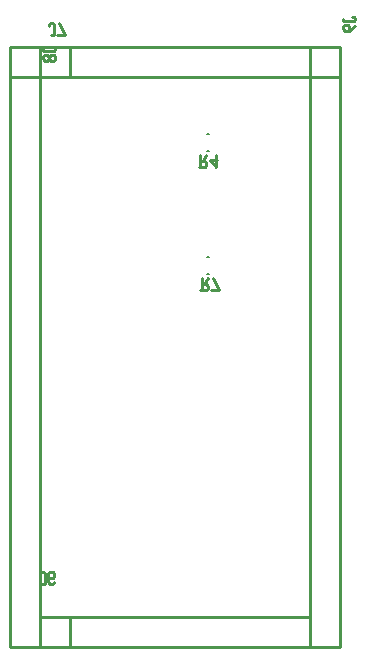
<source format=gbr>
G04 start of page 8 for group -4078 idx -4078 *
G04 Title: (unknown), bottomsilk *
G04 Creator: pcb 20140316 *
G04 CreationDate: Tue 10 Mar 2015 03:41:28 PM GMT UTC *
G04 For: fosse *
G04 Format: Gerber/RS-274X *
G04 PCB-Dimensions (mil): 1600.00 3000.00 *
G04 PCB-Coordinate-Origin: lower left *
%MOIN*%
%FSLAX25Y25*%
%LNBOTTOMSILK*%
%ADD54C,0.0080*%
%ADD53C,0.0100*%
G54D53*X45000Y285000D02*X135000D01*
Y275000D02*Y285000D01*
X45000Y275000D02*X135000D01*
X45000D02*Y285000D01*
X55000Y275000D02*Y285000D01*
X45000Y275000D02*X55000D01*
G54D54*X100607Y250245D02*X101393D01*
X100607Y255755D02*X101393D01*
G54D53*X45000Y95000D02*X135000D01*
Y85000D02*Y95000D01*
X45000Y85000D02*X135000D01*
X45000D02*Y95000D01*
X55000Y85000D02*Y95000D01*
X45000Y85000D02*X55000D01*
X145000Y285000D02*Y85000D01*
X135000D02*X145000D01*
X135000Y285000D02*Y85000D01*
Y285000D02*X145000D01*
X135000Y275000D02*X145000D01*
X135000Y285000D02*Y275000D01*
X45000Y285000D02*Y85000D01*
X35000D02*X45000D01*
X35000Y285000D02*Y85000D01*
Y285000D02*X45000D01*
X35000Y275000D02*X45000D01*
X35000Y285000D02*Y275000D01*
G54D54*X100607Y209245D02*X101393D01*
X100607Y214755D02*X101393D01*
G54D53*X48700Y289000D02*X49500D01*
Y292500D01*
X49000Y293000D02*X49500Y292500D01*
X48500Y293000D02*X49000D01*
X48000Y292500D02*X48500Y293000D01*
X48000Y292000D02*Y292500D01*
X51200Y293000D02*X53200Y289000D01*
X50700D02*X53200D01*
X146000Y293500D02*Y294300D01*
Y293500D02*X149500D01*
X150000Y294000D02*X149500Y293500D01*
X150000Y294000D02*Y294500D01*
X149500Y295000D02*X150000Y294500D01*
X149000Y295000D02*X149500D01*
X150000Y291800D02*X148000Y290300D01*
X146500D02*X148000D01*
X146000Y290800D02*X146500Y290300D01*
X146000Y290800D02*Y291800D01*
X146500Y292300D02*X146000Y291800D01*
X146500Y292300D02*X147500D01*
X148000Y291800D01*
Y290300D02*Y291800D01*
X46000Y283500D02*Y284300D01*
Y283500D02*X49500D01*
X50000Y284000D02*X49500Y283500D01*
X50000Y284000D02*Y284500D01*
X49500Y285000D02*X50000Y284500D01*
X49000Y285000D02*X49500D01*
Y282300D02*X50000Y281800D01*
X48700Y282300D02*X49500D01*
X48700D02*X48000Y281600D01*
Y281000D02*Y281600D01*
Y281000D02*X48700Y280300D01*
X49500D01*
X50000Y280800D02*X49500Y280300D01*
X50000Y280800D02*Y281800D01*
X47300Y282300D02*X48000Y281600D01*
X46500Y282300D02*X47300D01*
X46500D02*X46000Y281800D01*
Y280800D02*Y281800D01*
Y280800D02*X46500Y280300D01*
X47300D01*
X48000Y281000D02*X47300Y280300D01*
X98307Y203850D02*X100307D01*
X100807Y204350D01*
Y205350D01*
X100307Y205850D02*X100807Y205350D01*
X98807Y205850D02*X100307D01*
X98807Y203850D02*Y207850D01*
X99607Y205850D02*X100807Y207850D01*
X102507D02*X104507Y203850D01*
X102007D02*X104507D01*
X45700Y106000D02*X46500D01*
Y109500D01*
X46000Y110000D02*X46500Y109500D01*
X45500Y110000D02*X46000D01*
X45000Y109500D02*X45500Y110000D01*
X45000Y109000D02*Y109500D01*
X49200Y106000D02*X49700Y106500D01*
X48200Y106000D02*X49200D01*
X47700Y106500D02*X48200Y106000D01*
X47700Y106500D02*Y109500D01*
X48200Y110000D01*
X49200Y107800D02*X49700Y108300D01*
X47700Y107800D02*X49200D01*
X48200Y110000D02*X49200D01*
X49700Y109500D01*
Y108300D02*Y109500D01*
X97850Y244850D02*X99850D01*
X100350Y245350D01*
Y246350D01*
X99850Y246850D02*X100350Y246350D01*
X98350Y246850D02*X99850D01*
X98350Y244850D02*Y248850D01*
X99150Y246850D02*X100350Y248850D01*
X101550Y247350D02*X103550Y244850D01*
X101550Y247350D02*X104050D01*
X103550Y244850D02*Y248850D01*
M02*

</source>
